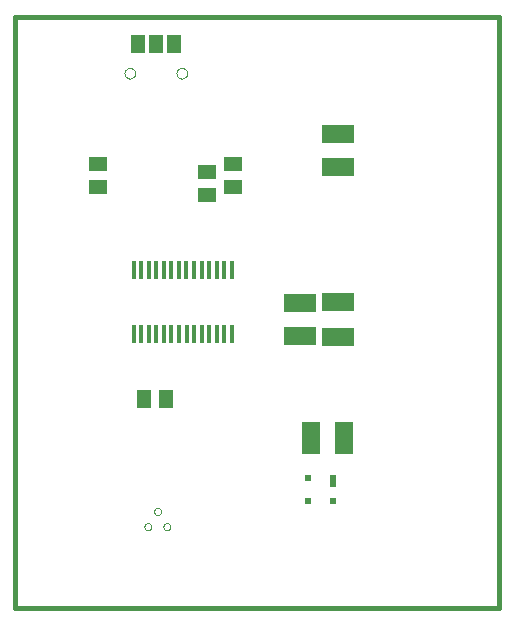
<source format=gbp>
G75*
%MOIN*%
%OFA0B0*%
%FSLAX24Y24*%
%IPPOS*%
%LPD*%
%AMOC8*
5,1,8,0,0,1.08239X$1,22.5*
%
%ADD10C,0.0160*%
%ADD11R,0.0138X0.0591*%
%ADD12C,0.0000*%
%ADD13R,0.1063X0.0591*%
%ADD14R,0.0630X0.1063*%
%ADD15R,0.1063X0.0630*%
%ADD16R,0.0512X0.0591*%
%ADD17R,0.0591X0.0512*%
%ADD18R,0.0236X0.0394*%
%ADD19R,0.0236X0.0236*%
%ADD20R,0.0460X0.0630*%
D10*
X001046Y002668D02*
X017188Y002668D01*
X017188Y022353D01*
X001046Y022353D01*
X001046Y002668D01*
D11*
X005014Y011803D03*
X005266Y011803D03*
X005518Y011803D03*
X005770Y011803D03*
X006022Y011803D03*
X006274Y011803D03*
X006526Y011803D03*
X006778Y011803D03*
X007030Y011803D03*
X007282Y011803D03*
X007534Y011803D03*
X007786Y011803D03*
X008038Y011803D03*
X008290Y011803D03*
X008290Y013929D03*
X008038Y013929D03*
X007786Y013929D03*
X007534Y013929D03*
X007282Y013929D03*
X007030Y013929D03*
X006770Y013929D03*
X006526Y013929D03*
X006274Y013929D03*
X006022Y013929D03*
X005770Y013929D03*
X005518Y013929D03*
X005266Y013929D03*
X005014Y013929D03*
D12*
X004708Y020483D02*
X004710Y020509D01*
X004716Y020535D01*
X004726Y020560D01*
X004739Y020583D01*
X004755Y020603D01*
X004775Y020621D01*
X004797Y020636D01*
X004820Y020648D01*
X004846Y020656D01*
X004872Y020660D01*
X004898Y020660D01*
X004924Y020656D01*
X004950Y020648D01*
X004974Y020636D01*
X004995Y020621D01*
X005015Y020603D01*
X005031Y020583D01*
X005044Y020560D01*
X005054Y020535D01*
X005060Y020509D01*
X005062Y020483D01*
X005060Y020457D01*
X005054Y020431D01*
X005044Y020406D01*
X005031Y020383D01*
X005015Y020363D01*
X004995Y020345D01*
X004973Y020330D01*
X004950Y020318D01*
X004924Y020310D01*
X004898Y020306D01*
X004872Y020306D01*
X004846Y020310D01*
X004820Y020318D01*
X004796Y020330D01*
X004775Y020345D01*
X004755Y020363D01*
X004739Y020383D01*
X004726Y020406D01*
X004716Y020431D01*
X004710Y020457D01*
X004708Y020483D01*
X006440Y020483D02*
X006442Y020509D01*
X006448Y020535D01*
X006458Y020560D01*
X006471Y020583D01*
X006487Y020603D01*
X006507Y020621D01*
X006529Y020636D01*
X006552Y020648D01*
X006578Y020656D01*
X006604Y020660D01*
X006630Y020660D01*
X006656Y020656D01*
X006682Y020648D01*
X006706Y020636D01*
X006727Y020621D01*
X006747Y020603D01*
X006763Y020583D01*
X006776Y020560D01*
X006786Y020535D01*
X006792Y020509D01*
X006794Y020483D01*
X006792Y020457D01*
X006786Y020431D01*
X006776Y020406D01*
X006763Y020383D01*
X006747Y020363D01*
X006727Y020345D01*
X006705Y020330D01*
X006682Y020318D01*
X006656Y020310D01*
X006630Y020306D01*
X006604Y020306D01*
X006578Y020310D01*
X006552Y020318D01*
X006528Y020330D01*
X006507Y020345D01*
X006487Y020363D01*
X006471Y020383D01*
X006458Y020406D01*
X006448Y020431D01*
X006442Y020457D01*
X006440Y020483D01*
X005692Y005876D02*
X005694Y005897D01*
X005700Y005917D01*
X005709Y005937D01*
X005721Y005954D01*
X005736Y005968D01*
X005754Y005980D01*
X005774Y005988D01*
X005794Y005993D01*
X005815Y005994D01*
X005836Y005991D01*
X005856Y005985D01*
X005875Y005974D01*
X005892Y005961D01*
X005905Y005945D01*
X005916Y005927D01*
X005924Y005907D01*
X005928Y005887D01*
X005928Y005865D01*
X005924Y005845D01*
X005916Y005825D01*
X005905Y005807D01*
X005892Y005791D01*
X005875Y005778D01*
X005856Y005767D01*
X005836Y005761D01*
X005815Y005758D01*
X005794Y005759D01*
X005774Y005764D01*
X005754Y005772D01*
X005736Y005784D01*
X005721Y005798D01*
X005709Y005815D01*
X005700Y005835D01*
X005694Y005855D01*
X005692Y005876D01*
X005372Y005366D02*
X005374Y005387D01*
X005380Y005407D01*
X005389Y005427D01*
X005401Y005444D01*
X005416Y005458D01*
X005434Y005470D01*
X005454Y005478D01*
X005474Y005483D01*
X005495Y005484D01*
X005516Y005481D01*
X005536Y005475D01*
X005555Y005464D01*
X005572Y005451D01*
X005585Y005435D01*
X005596Y005417D01*
X005604Y005397D01*
X005608Y005377D01*
X005608Y005355D01*
X005604Y005335D01*
X005596Y005315D01*
X005585Y005297D01*
X005572Y005281D01*
X005555Y005268D01*
X005536Y005257D01*
X005516Y005251D01*
X005495Y005248D01*
X005474Y005249D01*
X005454Y005254D01*
X005434Y005262D01*
X005416Y005274D01*
X005401Y005288D01*
X005389Y005305D01*
X005380Y005325D01*
X005374Y005345D01*
X005372Y005366D01*
X006002Y005366D02*
X006004Y005387D01*
X006010Y005407D01*
X006019Y005427D01*
X006031Y005444D01*
X006046Y005458D01*
X006064Y005470D01*
X006084Y005478D01*
X006104Y005483D01*
X006125Y005484D01*
X006146Y005481D01*
X006166Y005475D01*
X006185Y005464D01*
X006202Y005451D01*
X006215Y005435D01*
X006226Y005417D01*
X006234Y005397D01*
X006238Y005377D01*
X006238Y005355D01*
X006234Y005335D01*
X006226Y005315D01*
X006215Y005297D01*
X006202Y005281D01*
X006185Y005268D01*
X006166Y005257D01*
X006146Y005251D01*
X006125Y005248D01*
X006104Y005249D01*
X006084Y005254D01*
X006064Y005262D01*
X006046Y005274D01*
X006031Y005288D01*
X006019Y005305D01*
X006010Y005325D01*
X006004Y005345D01*
X006002Y005366D01*
D13*
X011833Y011684D03*
X011833Y012845D03*
D14*
X012030Y008337D03*
X010928Y008337D03*
D15*
X010573Y011723D03*
X010573Y012826D03*
X011833Y017353D03*
X011833Y018456D03*
D16*
X006105Y009637D03*
X005357Y009637D03*
D17*
X007463Y016428D03*
X007463Y017176D03*
X008329Y017452D03*
X008329Y016704D03*
X003841Y016704D03*
X003841Y017452D03*
D18*
X011656Y006900D03*
D19*
X011656Y006231D03*
X010829Y006231D03*
X010829Y006979D03*
D20*
X006370Y021448D03*
X005770Y021448D03*
X005170Y021448D03*
M02*

</source>
